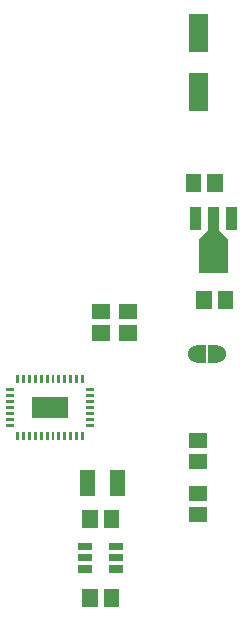
<source format=gbr>
G04 start of page 10 for group -4015 idx -4015 *
G04 Title: (unknown), toppaste *
G04 Creator: pcb 20140316 *
G04 CreationDate: Wed 01 Aug 2018 03:37:01 PM GMT UTC *
G04 For: railfan *
G04 Format: Gerber/RS-274X *
G04 PCB-Dimensions (mil): 1400.00 2800.00 *
G04 PCB-Coordinate-Origin: lower left *
%MOIN*%
%FSLAX25Y25*%
%LNTOPPASTE*%
%ADD98R,0.0490X0.0490*%
%ADD97R,0.0244X0.0244*%
%ADD96R,0.0700X0.0700*%
%ADD95R,0.0098X0.0098*%
%ADD94C,0.0001*%
%ADD93R,0.0945X0.0945*%
%ADD92R,0.0378X0.0378*%
%ADD91R,0.0512X0.0512*%
%ADD90R,0.0630X0.0630*%
%ADD89R,0.0300X0.0300*%
%ADD88C,0.0600*%
G54D88*X118100Y128500D03*
G54D89*X119600Y130000D02*Y127000D01*
G54D88*X124900Y128500D03*
G54D89*X123400Y130000D02*Y127000D01*
G54D90*X118500Y218807D02*Y212508D01*
Y238492D02*Y232193D01*
G54D91*X127543Y146893D02*Y146107D01*
X120457Y146893D02*Y146107D01*
X124043Y185893D02*Y185107D01*
X116957Y185893D02*Y185107D01*
G54D92*X129501Y175609D02*Y171515D01*
X123595Y175609D02*Y163799D01*
G54D93*Y162065D02*Y160175D01*
G54D94*G36*
X125480Y169630D02*X128320Y166790D01*
X126900Y165370D01*
X124060Y168210D01*
X125480Y169630D01*
G37*
G36*
X118870Y166790D02*X121710Y169630D01*
X123130Y168210D01*
X120290Y165370D01*
X118870Y166790D01*
G37*
G54D92*X117689Y175609D02*Y171515D01*
G54D95*X79941Y120898D02*Y119126D01*
X77972Y120898D02*Y119126D01*
X76004Y120898D02*Y119126D01*
X74035Y120898D02*Y119126D01*
X72067Y120898D02*Y119126D01*
X70098Y120898D02*Y119126D01*
X68130Y120898D02*Y119126D01*
X66161Y120898D02*Y119126D01*
X64193Y120898D02*Y119126D01*
X62224Y120898D02*Y119126D01*
X60256Y120898D02*Y119126D01*
X58287Y120898D02*Y119126D01*
X54842Y116469D02*X56614D01*
X54842Y114500D02*X56614D01*
X54842Y112532D02*X56614D01*
X54842Y110563D02*X56614D01*
X54842Y108594D02*X56614D01*
X54842Y106626D02*X56614D01*
X54842Y104657D02*X56614D01*
X58287Y102000D02*Y100228D01*
X60256Y102000D02*Y100228D01*
X62224Y102000D02*Y100228D01*
X64193Y102000D02*Y100228D01*
X66161Y102000D02*Y100228D01*
X68130Y102000D02*Y100228D01*
X70098Y102000D02*Y100228D01*
X72067Y102000D02*Y100228D01*
X74035Y102000D02*Y100228D01*
X76004Y102000D02*Y100228D01*
X77972Y102000D02*Y100228D01*
X79941Y102000D02*Y100228D01*
X81614Y104657D02*X83386D01*
X81614Y106626D02*X83386D01*
X81614Y108594D02*X83386D01*
X81614Y110563D02*X83386D01*
X81614Y112532D02*X83386D01*
X81614Y114500D02*X83386D01*
X81614Y116469D02*X83386D01*
G54D96*X66614Y110563D02*X71614D01*
G54D91*X82457Y47393D02*Y46607D01*
X89543Y47393D02*Y46607D01*
G54D97*X89976Y56760D02*X92339D01*
X89976Y60500D02*X92339D01*
X89976Y64240D02*X92339D01*
X79661D02*X82024D01*
X79661Y60500D02*X82024D01*
X79661Y56760D02*X82024D01*
G54D91*X82457Y73893D02*Y73107D01*
X89543Y73893D02*Y73107D01*
G54D98*X81500Y87300D02*Y83700D01*
X91500Y87300D02*Y83700D01*
G54D91*X118107Y99586D02*X118893D01*
X118107Y92500D02*X118893D01*
X118107Y82043D02*X118893D01*
X118107Y74957D02*X118893D01*
X85607Y135457D02*X86393D01*
X85607Y142543D02*X86393D01*
X94607Y135457D02*X95393D01*
X94607Y142543D02*X95393D01*
M02*

</source>
